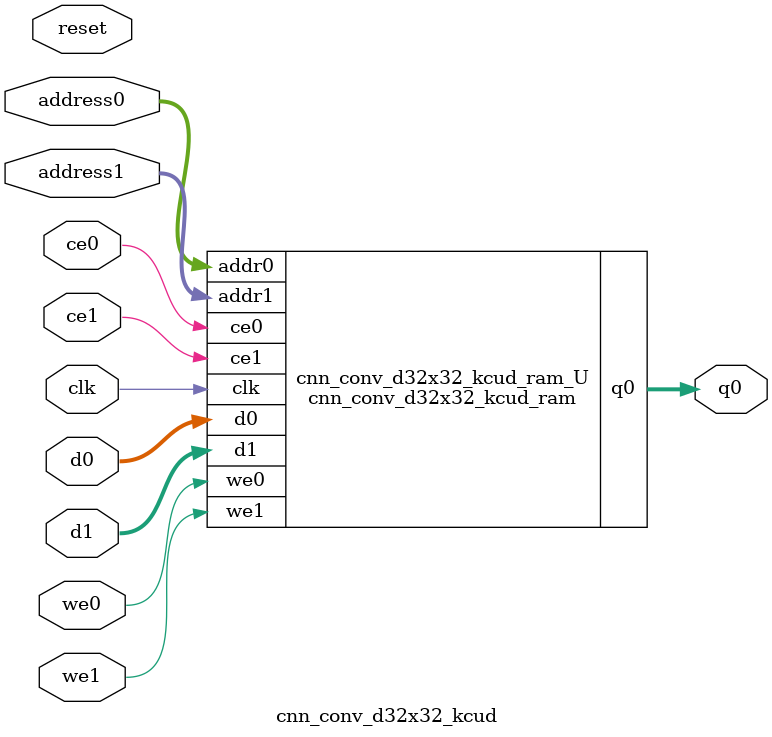
<source format=v>

`timescale 1 ns / 1 ps
module cnn_conv_d32x32_kcud_ram (addr0, ce0, d0, we0, q0, addr1, ce1, d1, we1,  clk);

parameter DWIDTH = 32;
parameter AWIDTH = 5;
parameter MEM_SIZE = 32;

input[AWIDTH-1:0] addr0;
input ce0;
input[DWIDTH-1:0] d0;
input we0;
output reg[DWIDTH-1:0] q0;
input[AWIDTH-1:0] addr1;
input ce1;
input[DWIDTH-1:0] d1;
input we1;
input clk;

(* ram_style = "block" *)reg [DWIDTH-1:0] ram[0:MEM_SIZE-1];




always @(posedge clk)  
begin 
    if (ce0) 
    begin
        if (we0) 
        begin 
            ram[addr0] <= d0; 
            q0 <= d0;
        end 
        else 
            q0 <= ram[addr0];
    end
end


always @(posedge clk)  
begin 
    if (ce1) 
    begin
        if (we1) 
        begin 
            ram[addr1] <= d1; 
        end 
    end
end


endmodule


`timescale 1 ns / 1 ps
module cnn_conv_d32x32_kcud(
    reset,
    clk,
    address0,
    ce0,
    we0,
    d0,
    q0,
    address1,
    ce1,
    we1,
    d1);

parameter DataWidth = 32'd32;
parameter AddressRange = 32'd32;
parameter AddressWidth = 32'd5;
input reset;
input clk;
input[AddressWidth - 1:0] address0;
input ce0;
input we0;
input[DataWidth - 1:0] d0;
output[DataWidth - 1:0] q0;
input[AddressWidth - 1:0] address1;
input ce1;
input we1;
input[DataWidth - 1:0] d1;



cnn_conv_d32x32_kcud_ram cnn_conv_d32x32_kcud_ram_U(
    .clk( clk ),
    .addr0( address0 ),
    .ce0( ce0 ),
    .d0( d0 ),
    .we0( we0 ),
    .q0( q0 ),
    .addr1( address1 ),
    .ce1( ce1 ),
    .d1( d1 ),
    .we1( we1 ));

endmodule


</source>
